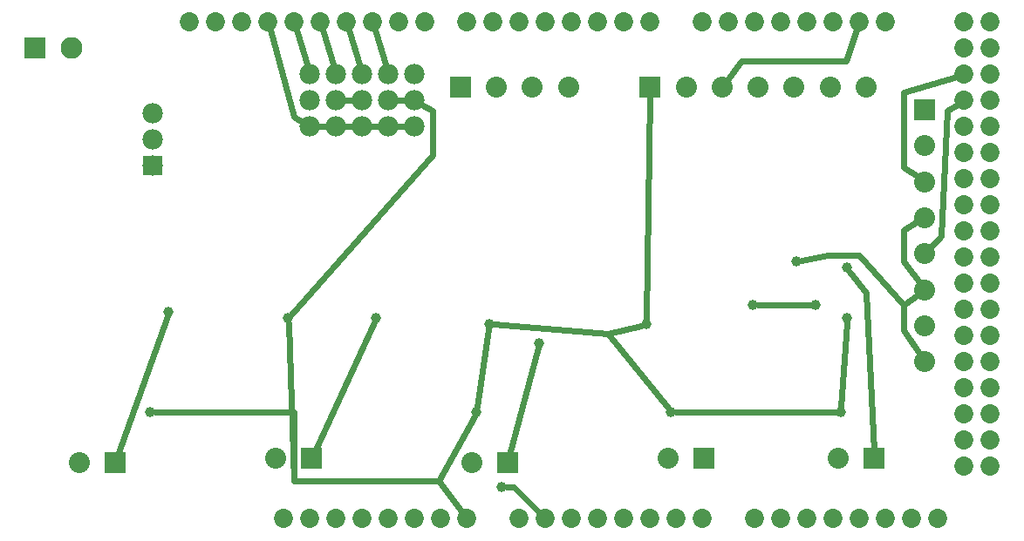
<source format=gbl>
G04 MADE WITH FRITZING*
G04 WWW.FRITZING.ORG*
G04 DOUBLE SIDED*
G04 HOLES PLATED*
G04 CONTOUR ON CENTER OF CONTOUR VECTOR*
%ASAXBY*%
%FSLAX23Y23*%
%MOIN*%
%OFA0B0*%
%SFA1.0B1.0*%
%ADD10C,0.039370*%
%ADD11C,0.078000*%
%ADD12C,0.080000*%
%ADD13C,0.072917*%
%ADD14C,0.083307*%
%ADD15R,0.080000X0.080000*%
%ADD16R,0.078000X0.078000*%
%ADD17R,0.083307X0.083307*%
%ADD18C,0.024000*%
%LNCOPPER0*%
G90*
G70*
G54D10*
X660Y899D03*
X3252Y1067D03*
X2076Y779D03*
X1932Y227D03*
X1452Y875D03*
X3060Y1091D03*
X1116Y875D03*
X1836Y515D03*
X1884Y851D03*
X2580Y515D03*
X2484Y851D03*
X3228Y515D03*
X3252Y875D03*
X588Y515D03*
X2892Y923D03*
X3132Y923D03*
G54D11*
X1500Y1807D03*
X1500Y1707D03*
X1500Y1607D03*
X1200Y1807D03*
X1200Y1707D03*
X1200Y1607D03*
X1300Y1807D03*
X1300Y1707D03*
X1300Y1607D03*
X1400Y1807D03*
X1400Y1707D03*
X1400Y1607D03*
X1600Y1807D03*
X1600Y1707D03*
X1600Y1607D03*
G54D12*
X3550Y1671D03*
X3550Y1534D03*
X3550Y1396D03*
X3550Y1258D03*
X3550Y1120D03*
X3550Y982D03*
X3550Y845D03*
X3550Y707D03*
X1775Y1757D03*
X1912Y1757D03*
X2050Y1757D03*
X2188Y1757D03*
G54D11*
X600Y1457D03*
X600Y1557D03*
X600Y1657D03*
G54D13*
X3000Y107D03*
X1400Y107D03*
X3100Y107D03*
X3200Y107D03*
X3300Y107D03*
X3400Y107D03*
X3700Y1507D03*
X3500Y107D03*
X3600Y107D03*
X1440Y2007D03*
X2000Y107D03*
X2100Y107D03*
X2200Y107D03*
X2300Y107D03*
X3700Y707D03*
X2400Y107D03*
X2500Y107D03*
X2600Y107D03*
X2700Y107D03*
X2200Y2007D03*
X3700Y1907D03*
X3700Y1107D03*
X3700Y307D03*
X1040Y2007D03*
X1800Y107D03*
X1800Y2007D03*
X3700Y1707D03*
X3700Y1307D03*
X3700Y907D03*
X3400Y2007D03*
X3700Y507D03*
X3300Y2007D03*
X3200Y2007D03*
X3100Y2007D03*
X3000Y2007D03*
X2900Y2007D03*
X2800Y2007D03*
X2700Y2007D03*
X840Y2007D03*
X1240Y2007D03*
X1640Y2007D03*
X1200Y107D03*
X1600Y107D03*
X2400Y2007D03*
X2000Y2007D03*
X3700Y2007D03*
X3700Y1807D03*
X3700Y1607D03*
X3700Y1407D03*
X3700Y1207D03*
X3700Y1007D03*
X3700Y807D03*
X3700Y607D03*
X3700Y407D03*
X740Y2007D03*
X940Y2007D03*
X1140Y2007D03*
X1340Y2007D03*
X1540Y2007D03*
X1100Y107D03*
X1300Y107D03*
X1500Y107D03*
X1700Y107D03*
X2500Y2007D03*
X2300Y2007D03*
X2100Y2007D03*
X1900Y2007D03*
X3800Y2007D03*
X3800Y1907D03*
X3800Y1807D03*
X3800Y1707D03*
X3800Y1607D03*
X3800Y1507D03*
X3800Y1407D03*
X3800Y1307D03*
X3800Y1207D03*
X3800Y1107D03*
X3800Y1007D03*
X3800Y907D03*
X3800Y807D03*
X3800Y707D03*
X3800Y607D03*
X3800Y507D03*
X3800Y407D03*
X3800Y307D03*
X2900Y107D03*
G54D12*
X2499Y1757D03*
X2637Y1757D03*
X2775Y1757D03*
X2912Y1757D03*
X3050Y1757D03*
X3188Y1757D03*
X3326Y1757D03*
G54D14*
X150Y1907D03*
X288Y1907D03*
G54D12*
X3355Y337D03*
X3218Y337D03*
X2705Y337D03*
X2568Y337D03*
X1955Y320D03*
X1818Y320D03*
X1205Y337D03*
X1068Y337D03*
X455Y320D03*
X318Y320D03*
G54D15*
X3550Y1671D03*
X1775Y1757D03*
G54D16*
X600Y1457D03*
G54D15*
X2499Y1757D03*
G54D17*
X150Y1907D03*
G54D15*
X3355Y337D03*
X2705Y337D03*
X1955Y320D03*
X1205Y337D03*
X455Y320D03*
G54D18*
X1192Y1836D02*
X1149Y1978D01*
D02*
X1292Y1836D02*
X1249Y1978D01*
D02*
X1449Y1978D02*
X1492Y1836D01*
D02*
X1392Y1836D02*
X1349Y1978D01*
D02*
X3571Y1143D02*
X3612Y1187D01*
D02*
X3612Y1187D02*
X3636Y1667D01*
D02*
X3636Y1667D02*
X3675Y1691D01*
D02*
X3524Y1413D02*
X3468Y1451D01*
D02*
X3468Y1451D02*
X3468Y1739D01*
D02*
X3468Y1739D02*
X3671Y1798D01*
D02*
X466Y350D02*
X654Y881D01*
D02*
X3354Y368D02*
X3324Y971D01*
D02*
X3324Y971D02*
X3263Y1052D01*
D02*
X1963Y351D02*
X2071Y761D01*
D02*
X2079Y128D02*
X1980Y227D01*
D02*
X1980Y227D02*
X1951Y227D01*
D02*
X1218Y366D02*
X1444Y858D01*
D02*
X1270Y1607D02*
X1230Y1607D01*
D02*
X1370Y1607D02*
X1330Y1607D01*
D02*
X1470Y1607D02*
X1430Y1607D01*
D02*
X1570Y1607D02*
X1530Y1607D01*
D02*
X1048Y1978D02*
X1140Y1643D01*
D02*
X1140Y1643D02*
X1174Y1622D01*
D02*
X3525Y964D02*
X3468Y923D01*
D02*
X3468Y923D02*
X3468Y827D01*
D02*
X3468Y827D02*
X3533Y733D01*
D02*
X3523Y1243D02*
X3468Y1211D01*
D02*
X3468Y1211D02*
X3468Y1091D01*
D02*
X3468Y1091D02*
X3531Y1007D01*
D02*
X3079Y1095D02*
X3180Y1115D01*
D02*
X3180Y1115D02*
X3300Y1115D01*
D02*
X3300Y1115D02*
X3468Y923D01*
D02*
X1370Y1707D02*
X1330Y1707D01*
D02*
X1570Y1707D02*
X1530Y1707D01*
D02*
X1129Y889D02*
X1668Y1499D01*
D02*
X1668Y1499D02*
X1668Y1667D01*
D02*
X1668Y1667D02*
X1626Y1692D01*
D02*
X1827Y498D02*
X1692Y251D01*
D02*
X1692Y251D02*
X1140Y251D01*
D02*
X1140Y251D02*
X1117Y856D01*
D02*
X1782Y131D02*
X1692Y251D01*
D02*
X1881Y832D02*
X1839Y534D01*
D02*
X2568Y530D02*
X2340Y815D01*
D02*
X2340Y815D02*
X1903Y850D01*
D02*
X2466Y846D02*
X2340Y815D01*
D02*
X3209Y515D02*
X2599Y515D01*
D02*
X3251Y856D02*
X3229Y534D01*
D02*
X607Y515D02*
X1140Y515D01*
D02*
X1140Y515D02*
X1140Y251D01*
D02*
X2498Y1726D02*
X2484Y870D01*
D02*
X2911Y923D02*
X3113Y923D01*
D02*
X3250Y1858D02*
X3290Y1978D01*
D02*
X2850Y1858D02*
X3250Y1858D01*
D02*
X2793Y1782D02*
X2850Y1858D01*
G04 End of Copper0*
M02*
</source>
